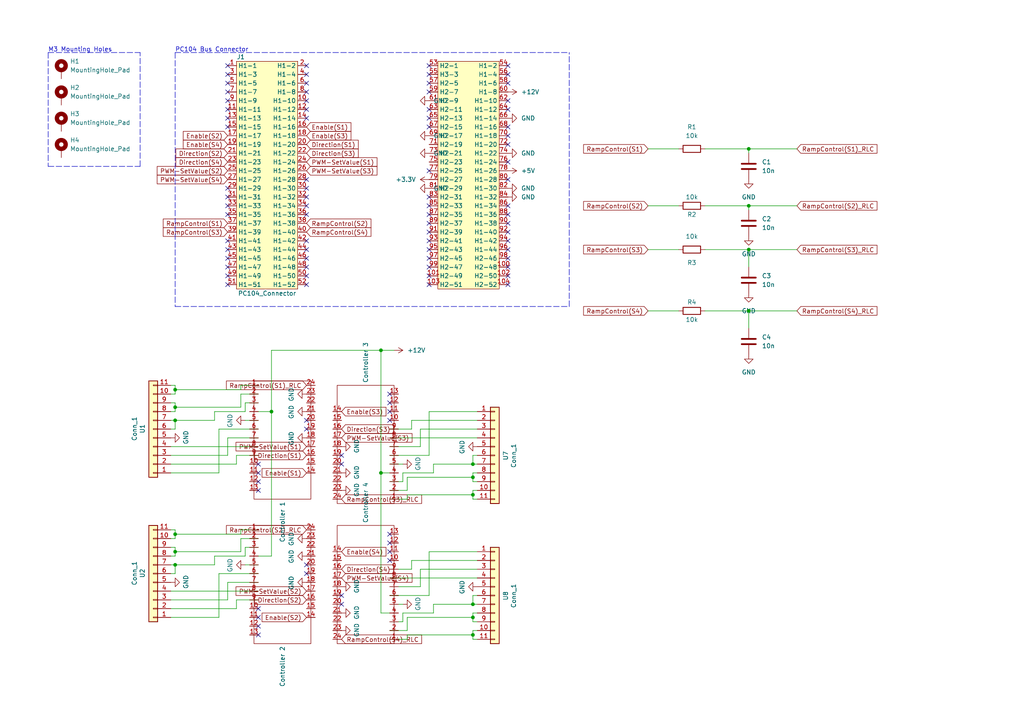
<source format=kicad_sch>
(kicad_sch (version 20211123) (generator eeschema)
  (paper "A4")
  (lib_symbols
    (symbol "Connector_Generic:Conn_01x11" (pin_names (offset 1.016) hide)
      (property "Reference" "J" (at 0 15.24 0))
      (property "Value" "Conn_01x11" (at 0 -15.24 0))
      (symbol "Conn_01x11_1_1"
        (rectangle (start -1.27 -12.573) (end 0 -12.827) (stroke (width 0.1524)))
        (rectangle (start -1.27 -10.033) (end 0 -10.287) (stroke (width 0.1524)))
        (rectangle (start -1.27 -7.493) (end 0 -7.747) (stroke (width 0.1524)))
        (rectangle (start -1.27 -4.953) (end 0 -5.207) (stroke (width 0.1524)))
        (rectangle (start -1.27 -2.413) (end 0 -2.667) (stroke (width 0.1524)))
        (rectangle (start -1.27 0.127) (end 0 -0.127) (stroke (width 0.1524)))
        (rectangle (start -1.27 2.667) (end 0 2.413) (stroke (width 0.1524)))
        (rectangle (start -1.27 5.207) (end 0 4.953) (stroke (width 0.1524)))
        (rectangle (start -1.27 7.747) (end 0 7.493) (stroke (width 0.1524)))
        (rectangle (start -1.27 10.287) (end 0 10.033) (stroke (width 0.1524)))
        (rectangle (start -1.27 12.827) (end 0 12.573) (stroke (width 0.1524)))
        (rectangle (start -1.27 13.97) (end 1.27 -13.97) (stroke (width 0.254)) (fill (type background)))
        (pin passive line (at -5.08 12.7 0) (length 3.81) (name "Pin_1") (number "1"))
        (pin passive line (at -5.08 -10.16 0) (length 3.81) (name "Pin_10") (number "10"))
        (pin passive line (at -5.08 -12.7 0) (length 3.81) (name "Pin_11") (number "11"))
        (pin passive line (at -5.08 10.16 0) (length 3.81) (name "Pin_2") (number "2"))
        (pin passive line (at -5.08 7.62 0) (length 3.81) (name "Pin_3") (number "3"))
        (pin passive line (at -5.08 5.08 0) (length 3.81) (name "Pin_4") (number "4"))
        (pin passive line (at -5.08 2.54 0) (length 3.81) (name "Pin_5") (number "5"))
        (pin passive line (at -5.08 0 0) (length 3.81) (name "Pin_6") (number "6"))
        (pin passive line (at -5.08 -2.54 0) (length 3.81) (name "Pin_7") (number "7"))
        (pin passive line (at -5.08 -5.08 0) (length 3.81) (name "Pin_8") (number "8"))
        (pin passive line (at -5.08 -7.62 0) (length 3.81) (name "Pin_9") (number "9"))
      )
    )
    (symbol "Device:C" (pin_numbers hide) (pin_names (offset 0.254))
      (property "Reference" "C" (at 0.635 2.54 0))
      (property "Value" "C" (at 0.635 -2.54 0))
      (symbol "C_0_1"
        (polyline (pts (xy -2.032 -0.762) (xy 2.032 -0.762)) (stroke (width 0.508)))
        (polyline (pts (xy -2.032 0.762) (xy 2.032 0.762)) (stroke (width 0.508)))
      )
      (symbol "C_1_1"
        (pin passive line (at 0 3.81 270) (length 2.794) (name "~") (number "1"))
        (pin passive line (at 0 -3.81 90) (length 2.794) (name "~") (number "2"))
      )
    )
    (symbol "Device:R" (pin_numbers hide) (pin_names (offset 0))
      (property "Reference" "R" (at 2.032 0 90))
      (property "Value" "R" (at 0 0 90))
      (symbol "R_0_1"
        (rectangle (start -1.016 -2.54) (end 1.016 2.54) (stroke (width 0.254)))
      )
      (symbol "R_1_1"
        (pin passive line (at 0 3.81 270) (length 1.27) (name "~") (number "1"))
        (pin passive line (at 0 -3.81 90) (length 1.27) (name "~") (number "2"))
      )
    )
    (symbol "Mechanical:MountingHole_Pad" (pin_numbers hide) (pin_names (offset 1.016) hide)
      (property "Reference" "H" (at 0 6.35 0))
      (property "Value" "MountingHole_Pad" (at 0 4.445 0))
      (symbol "MountingHole_Pad_0_1"
        (circle (center 0 1.27) (radius 1.27) (stroke (width 1.27)))
      )
      (symbol "MountingHole_Pad_1_1"
        (pin input line (at 0 -2.54 90) (length 2.54) (name "1") (number "1"))
      )
    )
    (symbol "UpdatedControllerBoardSchematic-rescue:Escon24.2-symbols-Controller_Board-rescue-UpdatedController-rescue" (pin_names (offset 1.016))
      (property "Value" "Escon24.2-symbols-Controller_Board-rescue-UpdatedController-rescue" (at -3.81 -8.89 0))
      (symbol "Escon24.2-symbols-Controller_Board-rescue-UpdatedController-rescue_0_1"
        (rectangle (start 12.7 -1.27) (end -21.59 -17.78))
      )
      (symbol "Escon24.2-symbols-Controller_Board-rescue-UpdatedController-rescue_1_1"
        (pin input line (at 11.43 -2.54 90) (length 2.54) (name "~") (number "1"))
        (pin input line (at -11.43 -2.54 90) (length 2.54) (name "~") (number "10"))
        (pin input line (at -13.97 -2.54 90) (length 2.54) (name "~") (number "11"))
        (pin input line (at -16.51 -2.54 90) (length 2.54) (name "~") (number "12"))
        (pin input line (at -19.05 -2.54 90) (length 2.54) (name "~") (number "13"))
        (pin input line (at -13.97 -16.51 270) (length 2.54) (name "~") (number "14"))
        (pin input line (at -11.43 -16.51 270) (length 2.54) (name "~") (number "15"))
        (pin input line (at -8.89 -16.51 270) (length 2.54) (name "~") (number "16"))
        (pin input line (at -6.35 -16.51 270) (length 2.54) (name "~") (number "17"))
        (pin input line (at -3.81 -16.51 270) (length 2.54) (name "~") (number "18"))
        (pin input line (at -1.27 -16.51 270) (length 2.54) (name "~") (number "19"))
        (pin input line (at 8.89 -2.54 90) (length 2.54) (name "~") (number "2"))
        (pin input line (at 1.27 -16.51 270) (length 2.54) (name "~") (number "20"))
        (pin input line (at 3.81 -16.51 270) (length 2.54) (name "~") (number "21"))
        (pin input line (at 6.35 -16.51 270) (length 2.54) (name "~") (number "22"))
        (pin input line (at 8.89 -16.51 270) (length 2.54) (name "~") (number "23"))
        (pin input line (at 11.43 -16.51 270) (length 2.54) (name "~") (number "24"))
        (pin input line (at 6.35 -2.54 90) (length 2.54) (name "~") (number "3"))
        (pin input line (at 3.81 -2.54 90) (length 2.54) (name "~") (number "4"))
        (pin input line (at 1.27 -2.54 90) (length 2.54) (name "~") (number "5"))
        (pin input line (at -1.27 -2.54 90) (length 2.54) (name "~") (number "6"))
        (pin input line (at -3.81 -2.54 90) (length 2.54) (name "~") (number "7"))
        (pin input line (at -6.35 -2.54 90) (length 2.54) (name "~") (number "8"))
        (pin input line (at -8.89 -2.54 90) (length 2.54) (name "~") (number "9"))
      )
    )
    (symbol "power:+12V" (power) (pin_names (offset 0))
      (property "Value" "+12V" (at 0 3.556 0))
      (symbol "+12V_0_1"
        (polyline (pts (xy -0.762 1.27) (xy 0 2.54)))
        (polyline (pts (xy 0 0) (xy 0 2.54)))
        (polyline (pts (xy 0 2.54) (xy 0.762 1.27)))
      )
      (symbol "+12V_1_1"
        (pin power_in line (at 0 0 90) (length 0) hide (name "+12V") (number "1"))
      )
    )
    (symbol "power:+3.3V" (power) (pin_names (offset 0))
      (property "Value" "+3.3V" (at 0 3.556 0))
      (symbol "+3.3V_0_1"
        (polyline (pts (xy -0.762 1.27) (xy 0 2.54)))
        (polyline (pts (xy 0 0) (xy 0 2.54)))
        (polyline (pts (xy 0 2.54) (xy 0.762 1.27)))
      )
      (symbol "+3.3V_1_1"
        (pin power_in line (at 0 0 90) (length 0) hide (name "+3.3V") (number "1"))
      )
    )
    (symbol "power:+5V" (power) (pin_names (offset 0))
      (property "Value" "+5V" (at 0 3.556 0))
      (symbol "+5V_0_1"
        (polyline (pts (xy -0.762 1.27) (xy 0 2.54)))
        (polyline (pts (xy 0 0) (xy 0 2.54)))
        (polyline (pts (xy 0 2.54) (xy 0.762 1.27)))
      )
      (symbol "+5V_1_1"
        (pin power_in line (at 0 0 90) (length 0) hide (name "+5V") (number "1"))
      )
    )
    (symbol "power:GND" (power) (pin_names (offset 0))
      (property "Value" "GND" (at 0 -3.81 0))
      (symbol "GND_0_1"
        (polyline (pts (xy 0 0) (xy 0 -1.27) (xy 1.27 -1.27) (xy 0 -2.54) (xy -1.27 -1.27) (xy 0 -1.27)))
      )
      (symbol "GND_1_1"
        (pin power_in line (at 0 0 270) (length 0) hide (name "GND") (number "1"))
      )
    )
    (symbol "qset-connector-library:PC104_Connector"
      (property "Reference" "J" (at -36.83 -71.12 0))
      (property "Value" "PC104_Connector" (at -26.67 -71.12 0))
      (symbol "PC104_Connector_0_1"
        (rectangle (start -38.1 -2.54) (end -20.32 -68.58) (fill (type background)))
        (rectangle (start 20.32 -2.54) (end 38.1 -68.58) (fill (type background)))
      )
      (symbol "PC104_Connector_1_1"
        (pin bidirectional line (at -40.64 -3.81 0) (length 2.54) (name "H1-1") (number "1"))
        (pin bidirectional line (at -17.78 -13.97 180) (length 2.54) (name "H1-10") (number "10"))
        (pin bidirectional line (at 40.64 -62.23 180) (length 2.54) (name "H2-48") (number "100"))
        (pin bidirectional line (at 17.78 -64.77 0) (length 2.54) (name "H2-49") (number "101"))
        (pin bidirectional line (at 40.64 -64.77 180) (length 2.54) (name "H2-50") (number "102"))
        (pin bidirectional line (at 17.78 -67.31 0) (length 2.54) (name "H2-51") (number "103"))
        (pin bidirectional line (at 40.64 -67.31 180) (length 2.54) (name "H2-52") (number "104"))
        (pin bidirectional line (at -40.64 -16.51 0) (length 2.54) (name "H1-11") (number "11"))
        (pin bidirectional line (at -17.78 -16.51 180) (length 2.54) (name "H1-12") (number "12"))
        (pin bidirectional line (at -40.64 -19.05 0) (length 2.54) (name "H1-13") (number "13"))
        (pin bidirectional line (at -17.78 -19.05 180) (length 2.54) (name "H1-14") (number "14"))
        (pin bidirectional line (at -40.64 -21.59 0) (length 2.54) (name "H1-15") (number "15"))
        (pin bidirectional line (at -17.78 -21.59 180) (length 2.54) (name "H1-16") (number "16"))
        (pin bidirectional line (at -40.64 -24.13 0) (length 2.54) (name "H1-17") (number "17"))
        (pin bidirectional line (at -17.78 -24.13 180) (length 2.54) (name "H1-18") (number "18"))
        (pin bidirectional line (at -40.64 -26.67 0) (length 2.54) (name "H1-19") (number "19"))
        (pin bidirectional line (at -17.78 -3.81 180) (length 2.54) (name "H1-2") (number "2"))
        (pin bidirectional line (at -17.78 -26.67 180) (length 2.54) (name "H1-20") (number "20"))
        (pin bidirectional line (at -40.64 -29.21 0) (length 2.54) (name "H1-21") (number "21"))
        (pin bidirectional line (at -17.78 -29.21 180) (length 2.54) (name "H1-22") (number "22"))
        (pin bidirectional line (at -40.64 -31.75 0) (length 2.54) (name "H1-23") (number "23"))
        (pin bidirectional line (at -17.78 -31.75 180) (length 2.54) (name "H1-24") (number "24"))
        (pin bidirectional line (at -40.64 -34.29 0) (length 2.54) (name "H1-25") (number "25"))
        (pin bidirectional line (at -17.78 -34.29 180) (length 2.54) (name "H1-26") (number "26"))
        (pin bidirectional line (at -40.64 -36.83 0) (length 2.54) (name "H1-27") (number "27"))
        (pin bidirectional line (at -17.78 -36.83 180) (length 2.54) (name "H1-28") (number "28"))
        (pin bidirectional line (at -40.64 -39.37 0) (length 2.54) (name "H1-29") (number "29"))
        (pin bidirectional line (at -40.64 -6.35 0) (length 2.54) (name "H1-3") (number "3"))
        (pin bidirectional line (at -17.78 -39.37 180) (length 2.54) (name "H1-30") (number "30"))
        (pin bidirectional line (at -40.64 -41.91 0) (length 2.54) (name "H1-31") (number "31"))
        (pin bidirectional line (at -17.78 -41.91 180) (length 2.54) (name "H1-32") (number "32"))
        (pin bidirectional line (at -40.64 -44.45 0) (length 2.54) (name "H1-33") (number "33"))
        (pin bidirectional line (at -17.78 -44.45 180) (length 2.54) (name "H1-34") (number "34"))
        (pin bidirectional line (at -40.64 -46.99 0) (length 2.54) (name "H1-35") (number "35"))
        (pin bidirectional line (at -17.78 -46.99 180) (length 2.54) (name "H1-36") (number "36"))
        (pin bidirectional line (at -40.64 -49.53 0) (length 2.54) (name "H1-37") (number "37"))
        (pin bidirectional line (at -17.78 -49.53 180) (length 2.54) (name "H1-38") (number "38"))
        (pin bidirectional line (at -40.64 -52.07 0) (length 2.54) (name "H1-39") (number "39"))
        (pin bidirectional line (at -17.78 -6.35 180) (length 2.54) (name "H1-4") (number "4"))
        (pin bidirectional line (at -17.78 -52.07 180) (length 2.54) (name "H1-40") (number "40"))
        (pin bidirectional line (at -40.64 -54.61 0) (length 2.54) (name "H1-41") (number "41"))
        (pin bidirectional line (at -17.78 -54.61 180) (length 2.54) (name "H1-42") (number "42"))
        (pin bidirectional line (at -40.64 -57.15 0) (length 2.54) (name "H1-43") (number "43"))
        (pin bidirectional line (at -17.78 -57.15 180) (length 2.54) (name "H1-44") (number "44"))
        (pin bidirectional line (at -40.64 -59.69 0) (length 2.54) (name "H1-45") (number "45"))
        (pin bidirectional line (at -17.78 -59.69 180) (length 2.54) (name "H1-46") (number "46"))
        (pin bidirectional line (at -40.64 -62.23 0) (length 2.54) (name "H1-47") (number "47"))
        (pin bidirectional line (at -17.78 -62.23 180) (length 2.54) (name "H1-48") (number "48"))
        (pin bidirectional line (at -40.64 -64.77 0) (length 2.54) (name "H1-49") (number "49"))
        (pin bidirectional line (at -40.64 -8.89 0) (length 2.54) (name "H1-5") (number "5"))
        (pin bidirectional line (at -17.78 -64.77 180) (length 2.54) (name "H1-50") (number "50"))
        (pin bidirectional line (at -40.64 -67.31 0) (length 2.54) (name "H1-51") (number "51"))
        (pin bidirectional line (at -17.78 -67.31 180) (length 2.54) (name "H1-52") (number "52"))
        (pin bidirectional line (at 17.78 -3.81 0) (length 2.54) (name "H2-1") (number "53"))
        (pin bidirectional line (at 40.64 -3.81 180) (length 2.54) (name "H1-2") (number "54"))
        (pin bidirectional line (at 17.78 -6.35 0) (length 2.54) (name "H3-3") (number "55"))
        (pin bidirectional line (at 40.64 -6.35 180) (length 2.54) (name "H1-4") (number "56"))
        (pin bidirectional line (at 17.78 -8.89 0) (length 2.54) (name "H2-5") (number "57"))
        (pin bidirectional line (at 40.64 -8.89 180) (length 2.54) (name "H1-6") (number "58"))
        (pin bidirectional line (at 17.78 -11.43 0) (length 2.54) (name "H2-7") (number "59"))
        (pin bidirectional line (at -17.78 -8.89 180) (length 2.54) (name "H1-6") (number "6"))
        (pin bidirectional line (at 40.64 -11.43 180) (length 2.54) (name "H1-8") (number "60"))
        (pin bidirectional line (at 17.78 -13.97 0) (length 2.54) (name "H2-9") (number "61"))
        (pin bidirectional line (at 40.64 -13.97 180) (length 2.54) (name "H1-10") (number "62"))
        (pin bidirectional line (at 17.78 -16.51 0) (length 2.54) (name "H2-11") (number "63"))
        (pin bidirectional line (at 40.64 -16.51 180) (length 2.54) (name "H1-12") (number "64"))
        (pin bidirectional line (at 17.78 -19.05 0) (length 2.54) (name "H2-13") (number "65"))
        (pin bidirectional line (at 40.64 -19.05 180) (length 2.54) (name "H1-14") (number "66"))
        (pin bidirectional line (at 17.78 -21.59 0) (length 2.54) (name "H2-15") (number "67"))
        (pin bidirectional line (at 40.64 -21.59 180) (length 2.54) (name "H1-16") (number "68"))
        (pin bidirectional line (at 17.78 -24.13 0) (length 2.54) (name "H2-17") (number "69"))
        (pin bidirectional line (at -40.64 -11.43 0) (length 2.54) (name "H1-7") (number "7"))
        (pin bidirectional line (at 40.64 -24.13 180) (length 2.54) (name "H1-18") (number "70"))
        (pin bidirectional line (at 17.78 -26.67 0) (length 2.54) (name "H2-19") (number "71"))
        (pin bidirectional line (at 40.64 -26.67 180) (length 2.54) (name "H1-20") (number "72"))
        (pin bidirectional line (at 17.78 -29.21 0) (length 2.54) (name "H2-21") (number "73"))
        (pin bidirectional line (at 40.64 -29.21 180) (length 2.54) (name "H1-22") (number "74"))
        (pin bidirectional line (at 17.78 -31.75 0) (length 2.54) (name "H2-23") (number "75"))
        (pin bidirectional line (at 40.64 -31.75 180) (length 2.54) (name "H1-24") (number "76"))
        (pin bidirectional line (at 17.78 -34.29 0) (length 2.54) (name "H2-25") (number "77"))
        (pin bidirectional line (at 40.64 -34.29 180) (length 2.54) (name "H1-26") (number "78"))
        (pin bidirectional line (at 17.78 -36.83 0) (length 2.54) (name "H2-27") (number "79"))
        (pin bidirectional line (at -17.78 -11.43 180) (length 2.54) (name "H1-8") (number "8"))
        (pin bidirectional line (at 40.64 -36.83 180) (length 2.54) (name "H1-28") (number "80"))
        (pin bidirectional line (at 17.78 -39.37 0) (length 2.54) (name "H2-29") (number "81"))
        (pin bidirectional line (at 40.64 -39.37 180) (length 2.54) (name "H1-30") (number "82"))
        (pin bidirectional line (at 17.78 -41.91 0) (length 2.54) (name "H2-31") (number "83"))
        (pin bidirectional line (at 40.64 -41.91 180) (length 2.54) (name "H1-32") (number "84"))
        (pin bidirectional line (at 17.78 -44.45 0) (length 2.54) (name "H2-33") (number "85"))
        (pin bidirectional line (at 40.64 -44.45 180) (length 2.54) (name "H1-34") (number "86"))
        (pin bidirectional line (at 17.78 -46.99 0) (length 2.54) (name "H2-35") (number "87"))
        (pin bidirectional line (at 40.64 -46.99 180) (length 2.54) (name "H1-36") (number "88"))
        (pin bidirectional line (at 17.78 -49.53 0) (length 2.54) (name "H2-37") (number "89"))
        (pin bidirectional line (at -40.64 -13.97 0) (length 2.54) (name "H1-9") (number "9"))
        (pin bidirectional line (at 40.64 -49.53 180) (length 2.54) (name "H1-38") (number "90"))
        (pin bidirectional line (at 17.78 -52.07 0) (length 2.54) (name "H2-39") (number "91"))
        (pin bidirectional line (at 40.64 -52.07 180) (length 2.54) (name "H1-40") (number "92"))
        (pin bidirectional line (at 17.78 -54.61 0) (length 2.54) (name "H2-41") (number "93"))
        (pin bidirectional line (at 40.64 -54.61 180) (length 2.54) (name "H1-42") (number "94"))
        (pin bidirectional line (at 17.78 -57.15 0) (length 2.54) (name "H2-43") (number "95"))
        (pin bidirectional line (at 40.64 -57.15 180) (length 2.54) (name "H1-44") (number "96"))
        (pin bidirectional line (at 17.78 -59.69 0) (length 2.54) (name "H2-45") (number "97"))
        (pin bidirectional line (at 40.64 -59.69 180) (length 2.54) (name "H2-46") (number "98"))
        (pin bidirectional line (at 17.78 -62.23 0) (length 2.54) (name "H2-47") (number "99"))
      )
    )
  )
  (junction (at 110.49 137.16))
  (junction (at 110.49 101.6))
  (junction (at 137.16 184.15))
  (junction (at 137.16 138.43))
  (junction (at 217.17 59.69))
  (junction (at 137.16 134.62))
  (junction (at 217.17 90.17))
  (junction (at 50.8 163.83))
  (junction (at 217.17 72.39))
  (junction (at 50.8 118.11))
  (junction (at 50.8 154.94))
  (junction (at 50.8 121.92))
  (junction (at 137.16 143.51))
  (junction (at 78.74 119.38))
  (junction (at 50.8 113.03))
  (junction (at 50.8 160.02))
  (junction (at 137.16 175.26))
  (junction (at 137.16 179.07))
  (junction (at 217.17 43.18))
  (no_connect (at 66.04 54.61))
  (no_connect (at 74.93 134.62))
  (no_connect (at 66.04 36.83))
  (no_connect (at 88.9 34.29))
  (no_connect (at 66.04 59.69))
  (no_connect (at 99.06 175.26))
  (no_connect (at 66.04 29.21))
  (no_connect (at 66.04 19.05))
  (no_connect (at 66.04 21.59))
  (no_connect (at 66.04 24.13))
  (no_connect (at 66.04 26.67))
  (no_connect (at 66.04 69.85))
  (no_connect (at 66.04 72.39))
  (no_connect (at 66.04 74.93))
  (no_connect (at 66.04 77.47))
  (no_connect (at 66.04 80.01))
  (no_connect (at 66.04 82.55))
  (no_connect (at 88.9 82.55))
  (no_connect (at 88.9 80.01))
  (no_connect (at 88.9 77.47))
  (no_connect (at 88.9 74.93))
  (no_connect (at 88.9 72.39))
  (no_connect (at 88.9 69.85))
  (no_connect (at 88.9 57.15))
  (no_connect (at 88.9 19.05))
  (no_connect (at 88.9 21.59))
  (no_connect (at 88.9 24.13))
  (no_connect (at 88.9 26.67))
  (no_connect (at 124.46 31.75))
  (no_connect (at 124.46 19.05))
  (no_connect (at 124.46 21.59))
  (no_connect (at 124.46 24.13))
  (no_connect (at 124.46 26.67))
  (no_connect (at 124.46 34.29))
  (no_connect (at 124.46 36.83))
  (no_connect (at 124.46 49.53))
  (no_connect (at 124.46 57.15))
  (no_connect (at 124.46 59.69))
  (no_connect (at 124.46 62.23))
  (no_connect (at 124.46 64.77))
  (no_connect (at 124.46 67.31))
  (no_connect (at 124.46 69.85))
  (no_connect (at 124.46 72.39))
  (no_connect (at 124.46 74.93))
  (no_connect (at 124.46 77.47))
  (no_connect (at 124.46 80.01))
  (no_connect (at 124.46 82.55))
  (no_connect (at 147.32 82.55))
  (no_connect (at 147.32 80.01))
  (no_connect (at 147.32 77.47))
  (no_connect (at 147.32 74.93))
  (no_connect (at 147.32 72.39))
  (no_connect (at 147.32 69.85))
  (no_connect (at 147.32 67.31))
  (no_connect (at 147.32 64.77))
  (no_connect (at 147.32 62.23))
  (no_connect (at 147.32 59.69))
  (no_connect (at 147.32 52.07))
  (no_connect (at 66.04 31.75))
  (no_connect (at 113.03 114.3))
  (no_connect (at 99.06 134.62))
  (no_connect (at 66.04 57.15))
  (no_connect (at 113.03 160.02))
  (no_connect (at 88.9 54.61))
  (no_connect (at 88.9 31.75))
  (no_connect (at 113.03 121.92))
  (no_connect (at 88.9 52.07))
  (no_connect (at 88.9 62.23))
  (no_connect (at 113.03 119.38))
  (no_connect (at 99.06 132.08))
  (no_connect (at 74.93 142.24))
  (no_connect (at 74.93 137.16))
  (no_connect (at 88.9 59.69))
  (no_connect (at 88.9 124.46))
  (no_connect (at 88.9 121.92))
  (no_connect (at 88.9 29.21))
  (no_connect (at 88.9 166.37))
  (no_connect (at 88.9 163.83))
  (no_connect (at 99.06 172.72))
  (no_connect (at 74.93 176.53))
  (no_connect (at 113.03 116.84))
  (no_connect (at 74.93 181.61))
  (no_connect (at 113.03 154.94))
  (no_connect (at 66.04 34.29))
  (no_connect (at 74.93 184.15))
  (no_connect (at 74.93 179.07))
  (no_connect (at 66.04 62.23))
  (no_connect (at 113.03 162.56))
  (no_connect (at 74.93 139.7))
  (no_connect (at 113.03 157.48))
  (no_connect (at 147.32 29.21))
  (no_connect (at 147.32 19.05))
  (no_connect (at 147.32 21.59))
  (no_connect (at 147.32 24.13))
  (no_connect (at 147.32 46.99))
  (no_connect (at 147.32 41.91))
  (no_connect (at 147.32 39.37))
  (no_connect (at 147.32 36.83))
  (no_connect (at 147.32 31.75))
  (wire (pts (xy 137.16 179.07) (xy 118.11 179.07)))
  (wire (pts (xy 137.16 177.8) (xy 137.16 179.07)))
  (wire (pts (xy 50.8 158.75) (xy 49.53 158.75)))
  (wire (pts (xy 110.49 177.8) (xy 113.03 177.8)))
  (wire (pts (xy 63.5 166.37) (xy 74.93 166.37)))
  (wire (pts (xy 125.73 177.8) (xy 116.84 177.8)))
  (wire (pts (xy 118.11 143.51) (xy 118.11 144.78)))
  (wire (pts (xy 137.16 184.15) (xy 137.16 185.42)))
  (wire (pts (xy 116.84 137.16) (xy 116.84 139.7)))
  (wire (pts (xy 49.53 132.08) (xy 66.04 132.08)))
  (wire (pts (xy 68.58 173.99) (xy 74.93 173.99)))
  (wire (pts (xy 217.17 72.39) (xy 217.17 77.47)))
  (wire (pts (xy 121.92 170.18) (xy 113.03 170.18)))
  (wire (pts (xy 62.23 121.92) (xy 62.23 119.38)))
  (wire (pts (xy 63.5 137.16) (xy 63.5 124.46)))
  (wire (pts (xy 50.8 118.11) (xy 69.85 118.11)))
  (wire (pts (xy 68.58 176.53) (xy 68.58 173.99)))
  (wire (pts (xy 50.8 154.94) (xy 69.85 154.94)))
  (wire (pts (xy 50.8 121.92) (xy 49.53 121.92)))
  (wire (pts (xy 63.5 179.07) (xy 63.5 166.37)))
  (wire (pts (xy 217.17 72.39) (xy 231.14 72.39)))
  (wire (pts (xy 125.73 175.26) (xy 125.73 177.8)))
  (polyline (pts (xy 50.8 15.24) (xy 50.8 88.9)))
  (wire (pts (xy 49.53 129.54) (xy 74.93 129.54)))
  (wire (pts (xy 138.43 124.46) (xy 121.92 124.46)))
  (wire (pts (xy 50.8 119.38) (xy 50.8 118.11)))
  (wire (pts (xy 49.53 176.53) (xy 68.58 176.53)))
  (wire (pts (xy 49.53 173.99) (xy 66.04 173.99)))
  (wire (pts (xy 137.16 142.24) (xy 137.16 143.51)))
  (wire (pts (xy 137.16 175.26) (xy 125.73 175.26)))
  (wire (pts (xy 69.85 156.21) (xy 74.93 156.21)))
  (wire (pts (xy 119.38 165.1) (xy 113.03 165.1)))
  (wire (pts (xy 50.8 166.37) (xy 50.8 163.83)))
  (wire (pts (xy 68.58 134.62) (xy 68.58 132.08)))
  (wire (pts (xy 137.16 184.15) (xy 118.11 184.15)))
  (wire (pts (xy 137.16 143.51) (xy 137.16 144.78)))
  (wire (pts (xy 217.17 59.69) (xy 217.17 60.96)))
  (wire (pts (xy 50.8 161.29) (xy 50.8 160.02)))
  (wire (pts (xy 50.8 113.03) (xy 69.85 113.03)))
  (wire (pts (xy 68.58 132.08) (xy 74.93 132.08)))
  (wire (pts (xy 49.53 179.07) (xy 63.5 179.07)))
  (wire (pts (xy 50.8 153.67) (xy 49.53 153.67)))
  (wire (pts (xy 137.16 138.43) (xy 137.16 139.7)))
  (wire (pts (xy 69.85 160.02) (xy 69.85 156.21)))
  (wire (pts (xy 118.11 138.43) (xy 118.11 142.24)))
  (wire (pts (xy 74.93 161.29) (xy 78.74 161.29)))
  (wire (pts (xy 137.16 138.43) (xy 118.11 138.43)))
  (wire (pts (xy 187.96 72.39) (xy 196.85 72.39)))
  (wire (pts (xy 217.17 43.18) (xy 231.14 43.18)))
  (wire (pts (xy 71.12 158.75) (xy 74.93 158.75)))
  (wire (pts (xy 217.17 90.17) (xy 231.14 90.17)))
  (wire (pts (xy 49.53 134.62) (xy 68.58 134.62)))
  (wire (pts (xy 49.53 137.16) (xy 63.5 137.16)))
  (wire (pts (xy 124.46 172.72) (xy 113.03 172.72)))
  (wire (pts (xy 125.73 134.62) (xy 125.73 137.16)))
  (wire (pts (xy 116.84 177.8) (xy 116.84 180.34)))
  (wire (pts (xy 110.49 137.16) (xy 113.03 137.16)))
  (wire (pts (xy 138.43 137.16) (xy 137.16 137.16)))
  (polyline (pts (xy 13.97 15.24) (xy 13.97 48.26)))
  (wire (pts (xy 187.96 59.69) (xy 196.85 59.69)))
  (wire (pts (xy 137.16 144.78) (xy 138.43 144.78)))
  (wire (pts (xy 49.53 156.21) (xy 50.8 156.21)))
  (wire (pts (xy 69.85 153.67) (xy 74.93 153.67)))
  (wire (pts (xy 69.85 118.11) (xy 69.85 114.3)))
  (wire (pts (xy 137.16 179.07) (xy 137.16 180.34)))
  (wire (pts (xy 125.73 137.16) (xy 116.84 137.16)))
  (wire (pts (xy 118.11 185.42) (xy 113.03 185.42)))
  (wire (pts (xy 69.85 114.3) (xy 74.93 114.3)))
  (wire (pts (xy 137.16 172.72) (xy 137.16 175.26)))
  (polyline (pts (xy 50.8 88.9) (xy 165.1 88.9)))
  (wire (pts (xy 50.8 156.21) (xy 50.8 154.94)))
  (wire (pts (xy 71.12 163.83) (xy 74.93 163.83)))
  (wire (pts (xy 71.12 121.92) (xy 74.93 121.92)))
  (wire (pts (xy 71.12 161.29) (xy 71.12 158.75)))
  (wire (pts (xy 116.84 175.26) (xy 113.03 175.26)))
  (wire (pts (xy 138.43 142.24) (xy 137.16 142.24)))
  (wire (pts (xy 137.16 132.08) (xy 137.16 134.62)))
  (polyline (pts (xy 40.64 48.26) (xy 40.64 15.24)))
  (wire (pts (xy 50.8 154.94) (xy 50.8 153.67)))
  (wire (pts (xy 137.16 143.51) (xy 118.11 143.51)))
  (wire (pts (xy 66.04 173.99) (xy 66.04 168.91)))
  (wire (pts (xy 137.16 175.26) (xy 138.43 175.26)))
  (wire (pts (xy 116.84 139.7) (xy 113.03 139.7)))
  (wire (pts (xy 62.23 119.38) (xy 71.12 119.38)))
  (wire (pts (xy 138.43 165.1) (xy 121.92 165.1)))
  (wire (pts (xy 114.3 101.6) (xy 110.49 101.6)))
  (wire (pts (xy 204.47 59.69) (xy 217.17 59.69)))
  (wire (pts (xy 63.5 124.46) (xy 74.93 124.46)))
  (wire (pts (xy 137.16 180.34) (xy 138.43 180.34)))
  (wire (pts (xy 78.74 119.38) (xy 78.74 101.6)))
  (wire (pts (xy 138.43 162.56) (xy 119.38 162.56)))
  (wire (pts (xy 137.16 182.88) (xy 137.16 184.15)))
  (wire (pts (xy 69.85 154.94) (xy 69.85 153.67)))
  (wire (pts (xy 62.23 161.29) (xy 71.12 161.29)))
  (wire (pts (xy 138.43 127) (xy 113.03 127)))
  (wire (pts (xy 49.53 124.46) (xy 50.8 124.46)))
  (wire (pts (xy 138.43 182.88) (xy 137.16 182.88)))
  (wire (pts (xy 118.11 142.24) (xy 113.03 142.24)))
  (wire (pts (xy 138.43 177.8) (xy 137.16 177.8)))
  (wire (pts (xy 50.8 160.02) (xy 69.85 160.02)))
  (wire (pts (xy 137.16 134.62) (xy 125.73 134.62)))
  (wire (pts (xy 138.43 172.72) (xy 137.16 172.72)))
  (wire (pts (xy 118.11 179.07) (xy 118.11 182.88)))
  (wire (pts (xy 204.47 43.18) (xy 217.17 43.18)))
  (wire (pts (xy 50.8 116.84) (xy 49.53 116.84)))
  (wire (pts (xy 138.43 119.38) (xy 124.46 119.38)))
  (wire (pts (xy 217.17 59.69) (xy 231.14 59.69)))
  (wire (pts (xy 138.43 167.64) (xy 113.03 167.64)))
  (wire (pts (xy 116.84 134.62) (xy 113.03 134.62)))
  (wire (pts (xy 78.74 119.38) (xy 78.74 161.29)))
  (wire (pts (xy 137.16 185.42) (xy 138.43 185.42)))
  (wire (pts (xy 187.96 43.18) (xy 196.85 43.18)))
  (wire (pts (xy 71.12 116.84) (xy 74.93 116.84)))
  (wire (pts (xy 138.43 160.02) (xy 124.46 160.02)))
  (wire (pts (xy 137.16 134.62) (xy 138.43 134.62)))
  (wire (pts (xy 119.38 162.56) (xy 119.38 165.1)))
  (wire (pts (xy 110.49 137.16) (xy 110.49 177.8)))
  (wire (pts (xy 119.38 121.92) (xy 119.38 124.46)))
  (wire (pts (xy 50.8 121.92) (xy 62.23 121.92)))
  (wire (pts (xy 74.93 119.38) (xy 78.74 119.38)))
  (wire (pts (xy 50.8 114.3) (xy 50.8 113.03)))
  (wire (pts (xy 110.49 101.6) (xy 110.49 137.16)))
  (wire (pts (xy 50.8 163.83) (xy 49.53 163.83)))
  (wire (pts (xy 66.04 168.91) (xy 74.93 168.91)))
  (polyline (pts (xy 13.97 48.26) (xy 40.64 48.26)))
  (wire (pts (xy 49.53 166.37) (xy 50.8 166.37)))
  (wire (pts (xy 204.47 72.39) (xy 217.17 72.39)))
  (wire (pts (xy 116.84 180.34) (xy 113.03 180.34)))
  (wire (pts (xy 78.74 101.6) (xy 110.49 101.6)))
  (wire (pts (xy 137.16 137.16) (xy 137.16 138.43)))
  (wire (pts (xy 217.17 90.17) (xy 217.17 95.25)))
  (wire (pts (xy 121.92 165.1) (xy 121.92 170.18)))
  (wire (pts (xy 119.38 124.46) (xy 113.03 124.46)))
  (wire (pts (xy 69.85 111.76) (xy 74.93 111.76)))
  (wire (pts (xy 50.8 118.11) (xy 50.8 116.84)))
  (wire (pts (xy 217.17 43.18) (xy 217.17 44.45)))
  (wire (pts (xy 66.04 127) (xy 74.93 127)))
  (wire (pts (xy 121.92 129.54) (xy 113.03 129.54)))
  (wire (pts (xy 49.53 119.38) (xy 50.8 119.38)))
  (wire (pts (xy 124.46 160.02) (xy 124.46 172.72)))
  (wire (pts (xy 137.16 139.7) (xy 138.43 139.7)))
  (wire (pts (xy 62.23 163.83) (xy 62.23 161.29)))
  (wire (pts (xy 187.96 90.17) (xy 196.85 90.17)))
  (wire (pts (xy 50.8 113.03) (xy 50.8 111.76)))
  (wire (pts (xy 50.8 111.76) (xy 49.53 111.76)))
  (wire (pts (xy 50.8 124.46) (xy 50.8 121.92)))
  (wire (pts (xy 49.53 171.45) (xy 74.93 171.45)))
  (wire (pts (xy 121.92 124.46) (xy 121.92 129.54)))
  (wire (pts (xy 49.53 114.3) (xy 50.8 114.3)))
  (wire (pts (xy 124.46 132.08) (xy 113.03 132.08)))
  (wire (pts (xy 71.12 119.38) (xy 71.12 116.84)))
  (polyline (pts (xy 50.8 15.24) (xy 165.1 15.24)))
  (polyline (pts (xy 165.1 88.9) (xy 165.1 15.24)))
  (wire (pts (xy 66.04 132.08) (xy 66.04 127)))
  (polyline (pts (xy 13.97 15.24) (xy 40.64 15.24)))
  (wire (pts (xy 118.11 184.15) (xy 118.11 185.42)))
  (wire (pts (xy 138.43 121.92) (xy 119.38 121.92)))
  (wire (pts (xy 50.8 160.02) (xy 50.8 158.75)))
  (wire (pts (xy 124.46 119.38) (xy 124.46 132.08)))
  (wire (pts (xy 204.47 90.17) (xy 217.17 90.17)))
  (wire (pts (xy 49.53 161.29) (xy 50.8 161.29)))
  (wire (pts (xy 69.85 113.03) (xy 69.85 111.76)))
  (wire (pts (xy 138.43 132.08) (xy 137.16 132.08)))
  (wire (pts (xy 50.8 163.83) (xy 62.23 163.83)))
  (wire (pts (xy 118.11 182.88) (xy 113.03 182.88)))
  (wire (pts (xy 118.11 144.78) (xy 113.03 144.78)))
  (text "M3 Mounting Holes\n" (at 13.97 15.24 0) (effects (font (size 1.27 1.27)) (justify left bottom)))
  (text "PC104 Bus Connector" (at 50.8 15.24 0) (effects (font (size 1.27 1.27)) (justify left bottom)))
  (global_label "PWM-SetValue(S4)" (shape input) (at 99.06 167.64 0) (property "Intersheet References" "${INTERSHEET_REFS}" (effects hide)))
  (global_label "RampControl(S1)" (shape input) (at 187.96 43.18 180) (property "Intersheet References" "${INTERSHEET_REFS}" (effects hide)))
  (global_label "PWM-SetValue(S1)" (shape input) (at 88.9 46.99 0) (property "Intersheet References" "${INTERSHEET_REFS}" (effects hide)))
  (global_label "Enable(S3)" (shape input) (at 99.06 119.38 0) (property "Intersheet References" "${INTERSHEET_REFS}" (effects hide)))
  (global_label "Enable(S1)" (shape input) (at 88.9 36.83 0) (property "Intersheet References" "${INTERSHEET_REFS}" (effects hide)))
  (global_label "PWM-SetValue(S2)" (shape input) (at 88.9 171.45 180) (property "Intersheet References" "${INTERSHEET_REFS}" (effects hide)))
  (global_label "RampControl(S1)" (shape input) (at 66.04 64.77 180) (property "Intersheet References" "${INTERSHEET_REFS}" (effects hide)))
  (global_label "Direction(S1)" (shape input) (at 88.9 41.91 0) (property "Intersheet References" "${INTERSHEET_REFS}" (effects hide)))
  (global_label "RampControl(S4)" (shape input) (at 88.9 67.31 0) (property "Intersheet References" "${INTERSHEET_REFS}" (effects hide)))
  (global_label "RampControl(S1)_RLC" (shape input) (at 88.9 111.76 180) (property "Intersheet References" "${INTERSHEET_REFS}" (effects hide)))
  (global_label "RampControl(S3)_RLC" (shape input) (at 231.14 72.39 0) (property "Intersheet References" "${INTERSHEET_REFS}" (effects hide)))
  (global_label "PWM-SetValue(S3)" (shape input) (at 99.06 127 0) (property "Intersheet References" "${INTERSHEET_REFS}" (effects hide)))
  (global_label "RampControl(S4)_RLC" (shape input) (at 99.06 185.42 0) (property "Intersheet References" "${INTERSHEET_REFS}" (effects hide)))
  (global_label "PWM-SetValue(S1)" (shape input) (at 88.9 129.54 180) (property "Intersheet References" "${INTERSHEET_REFS}" (effects hide)))
  (global_label "Direction(S1)" (shape input) (at 88.9 132.08 180) (property "Intersheet References" "${INTERSHEET_REFS}" (effects hide)))
  (global_label "RampControl(S4)" (shape input) (at 187.96 90.17 180) (property "Intersheet References" "${INTERSHEET_REFS}" (effects hide)))
  (global_label "PWM-SetValue(S4)" (shape input) (at 66.04 52.07 180) (property "Intersheet References" "${INTERSHEET_REFS}" (effects hide)))
  (global_label "Direction(S2)" (shape input) (at 88.9 173.99 180) (property "Intersheet References" "${INTERSHEET_REFS}" (effects hide)))
  (global_label "RampControl(S2)" (shape input) (at 187.96 59.69 180) (property "Intersheet References" "${INTERSHEET_REFS}" (effects hide)))
  (global_label "Enable(S4)" (shape input) (at 66.04 41.91 180) (property "Intersheet References" "${INTERSHEET_REFS}" (effects hide)))
  (global_label "Direction(S2)" (shape input) (at 66.04 44.45 180) (property "Intersheet References" "${INTERSHEET_REFS}" (effects hide)))
  (global_label "RampControl(S3)_RLC" (shape input) (at 99.06 144.78 0) (property "Intersheet References" "${INTERSHEET_REFS}" (effects hide)))
  (global_label "RampControl(S4)_RLC" (shape input) (at 231.14 90.17 0) (property "Intersheet References" "${INTERSHEET_REFS}" (effects hide)))
  (global_label "Direction(S3)" (shape input) (at 88.9 44.45 0) (property "Intersheet References" "${INTERSHEET_REFS}" (effects hide)))
  (global_label "Direction(S3)" (shape input) (at 99.06 124.46 0) (property "Intersheet References" "${INTERSHEET_REFS}" (effects hide)))
  (global_label "Enable(S2)" (shape input) (at 66.04 39.37 180) (property "Intersheet References" "${INTERSHEET_REFS}" (effects hide)))
  (global_label "RampControl(S1)_RLC" (shape input) (at 231.14 43.18 0) (property "Intersheet References" "${INTERSHEET_REFS}" (effects hide)))
  (global_label "PWM-SetValue(S2)" (shape input) (at 66.04 49.53 180) (property "Intersheet References" "${INTERSHEET_REFS}" (effects hide)))
  (global_label "Enable(S1)" (shape input) (at 88.9 137.16 180) (property "Intersheet References" "${INTERSHEET_REFS}" (effects hide)))
  (global_label "Enable(S4)" (shape input) (at 99.06 160.02 0) (property "Intersheet References" "${INTERSHEET_REFS}" (effects hide)))
  (global_label "RampControl(S2)_RLC" (shape input) (at 88.9 153.67 180) (property "Intersheet References" "${INTERSHEET_REFS}" (effects hide)))
  (global_label "Enable(S2)" (shape input) (at 88.9 179.07 180) (property "Intersheet References" "${INTERSHEET_REFS}" (effects hide)))
  (global_label "Direction(S4)" (shape input) (at 99.06 165.1 0) (property "Intersheet References" "${INTERSHEET_REFS}" (effects hide)))
  (global_label "RampControl(S3)" (shape input) (at 66.04 67.31 180) (property "Intersheet References" "${INTERSHEET_REFS}" (effects hide)))
  (global_label "RampControl(S2)" (shape input) (at 88.9 64.77 0) (property "Intersheet References" "${INTERSHEET_REFS}" (effects hide)))
  (global_label "RampControl(S3)" (shape input) (at 187.96 72.39 180) (property "Intersheet References" "${INTERSHEET_REFS}" (effects hide)))
  (global_label "PWM-SetValue(S3)" (shape input) (at 88.9 49.53 0) (property "Intersheet References" "${INTERSHEET_REFS}" (effects hide)))
  (global_label "Enable(S3)" (shape input) (at 88.9 39.37 0) (property "Intersheet References" "${INTERSHEET_REFS}" (effects hide)))
  (global_label "RampControl(S2)_RLC" (shape input) (at 231.14 59.69 0) (property "Intersheet References" "${INTERSHEET_REFS}" (effects hide)))
  (global_label "Direction(S4)" (shape input) (at 66.04 46.99 180) (property "Intersheet References" "${INTERSHEET_REFS}" (effects hide)))
  (symbol (lib_id "Mechanical:MountingHole_Pad") (at 17.78 27.94 0) (unit 1)
    (property "Reference" "H2" (at 20.32 25.3999 0) (effects (justify left)))
    (property "Value" "MountingHole_Pad" (at 20.32 27.9399 0) (effects (justify left)))
    (property "Footprint" "MountingHole:MountingHole_3.2mm_M3_Pad_TopBottom" (effects hide))
  )
  (symbol (lib_id "UpdatedControllerBoardSchematic-rescue:Escon24.2-symbols-Controller_Board-rescue-UpdatedController-rescue") (at 72.39 123.19 90) (unit 1)
    (property "Reference" "U3" (effects hide))
    (property "Value" "Controller 1" (at 81.915 145.4912 0) (effects (justify right)))
    (property "Footprint" "Footprints_QSAT:Escon24.2" (effects hide))
  )
  (symbol (lib_id "Device:C") (at 217.17 64.77 180) (unit 1)
    (property "Reference" "C2" (at 220.98 63.4999 0) (effects (justify right)))
    (property "Value" "10n" (at 220.98 66.0399 0) (effects (justify right)))
    (property "Footprint" "Capacitor_SMD:C_0603_1608Metric" (effects hide))
  )
  (symbol (lib_id "UpdatedControllerBoardSchematic-rescue:Escon24.2-symbols-Controller_Board-rescue-UpdatedController-rescue") (at 115.57 133.35 270) (unit 1)
    (property "Reference" "U5" (effects hide))
    (property "Value" "Controller 3" (at 106.045 111.0488 0) (effects (justify right)))
    (property "Footprint" "Footprints_QSAT:Escon24.2" (effects hide))
  )
  (symbol (lib_id "UpdatedControllerBoardSchematic-rescue:Escon24.2-symbols-Controller_Board-rescue-UpdatedController-rescue") (at 115.57 173.99 270) (unit 1)
    (property "Reference" "U6" (effects hide))
    (property "Value" "Controller 4" (at 106.045 151.6888 0) (effects (justify right)))
    (property "Footprint" "Footprints_QSAT:Escon24.2" (effects hide))
  )
  (symbol (lib_id "power:GND") (at 124.46 29.21 270) (unit 1)
    (property "Reference" "#PWR0106" (effects hide))
    (property "Value" "GND" (at 125.73 29.2099 90) (effects (justify left)))
  )
  (symbol (lib_id "power:GND") (at 71.12 163.83 270) (unit 1)
    (property "Reference" "#PWR04" (effects hide))
    (property "Value" "GND" (at 66.7258 163.957 0))
  )
  (symbol (lib_id "power:GND") (at 147.32 54.61 90) (unit 1)
    (property "Reference" "#PWR0102" (effects hide))
    (property "Value" "GND" (at 151.13 54.6099 90) (effects (justify right)))
  )
  (symbol (lib_id "power:+12V") (at 147.32 26.67 270) (unit 1)
    (property "Reference" "#PWR?" (effects hide))
    (property "Value" "+12V" (at 151.13 26.6699 90) (effects (justify left)))
  )
  (symbol (lib_id "power:+5V") (at 147.32 49.53 270) (unit 1)
    (property "Reference" "#PWR0110" (effects hide))
    (property "Value" "+5V" (at 151.13 49.5299 90) (effects (justify left)))
  )
  (symbol (lib_id "Connector_Generic:Conn_01x11") (at 143.51 172.72 0) (unit 1)
    (property "Reference" "U8" (at 146.6596 172.8216 90))
    (property "Value" "Conn_1" (at 148.971 172.8216 90))
    (property "Footprint" "Footprints_QSAT:FPC_11_SAT_1-84953-1" (effects hide))
  )
  (symbol (lib_id "Connector_Generic:Conn_01x11") (at 143.51 132.08 0) (unit 1)
    (property "Reference" "U7" (at 146.6596 132.1816 90))
    (property "Value" "Conn_1" (at 148.971 132.1816 90))
    (property "Footprint" "Footprints_QSAT:FPC_11_SAT_1-84953-1" (effects hide))
  )
  (symbol (lib_id "power:GND") (at 49.53 127 90) (unit 1)
    (property "Reference" "#PWR01" (effects hide))
    (property "Value" "GND" (at 53.9242 126.873 0))
  )
  (symbol (lib_id "power:GND") (at 124.46 39.37 270) (unit 1)
    (property "Reference" "#PWR0105" (effects hide))
    (property "Value" "GND" (at 125.73 39.3699 90) (effects (justify left)))
  )
  (symbol (lib_id "power:GND") (at 88.9 168.91 270) (unit 1)
    (property "Reference" "#PWR010" (effects hide))
    (property "Value" "GND" (at 84.5058 169.037 0))
  )
  (symbol (lib_id "power:GND") (at 124.46 54.61 270) (unit 1)
    (property "Reference" "#PWR0107" (effects hide))
    (property "Value" "GND" (at 125.73 54.6099 90) (effects (justify left)))
  )
  (symbol (lib_id "power:GND") (at 88.9 156.21 270) (unit 1)
    (property "Reference" "#PWR08" (effects hide))
    (property "Value" "GND" (at 84.5058 156.337 0))
  )
  (symbol (lib_id "power:GND") (at 99.06 142.24 90) (unit 1)
    (property "Reference" "#PWR013" (effects hide))
    (property "Value" "GND" (at 103.4542 142.113 0))
  )
  (symbol (lib_id "power:GND") (at 147.32 57.15 90) (unit 1)
    (property "Reference" "#PWR0103" (effects hide))
    (property "Value" "GND" (at 151.13 57.1499 90) (effects (justify right)))
  )
  (symbol (lib_id "Device:R") (at 200.66 72.39 90) (unit 1)
    (property "Reference" "R3" (at 200.66 76.2 90))
    (property "Value" "10k" (at 200.66 68.58 90))
    (property "Footprint" "Resistor_SMD:R_0603_1608Metric" (effects hide))
  )
  (symbol (lib_id "Device:R") (at 200.66 90.17 90) (unit 1)
    (property "Reference" "R4" (at 200.66 87.63 90))
    (property "Value" "10k" (at 200.66 92.71 90))
    (property "Footprint" "Resistor_SMD:R_0603_1608Metric" (effects hide))
  )
  (symbol (lib_id "Mechanical:MountingHole_Pad") (at 17.78 20.32 0) (unit 1)
    (property "Reference" "H1" (at 20.32 17.7799 0) (effects (justify left)))
    (property "Value" "MountingHole_Pad" (at 20.32 20.3199 0) (effects (justify left)))
    (property "Footprint" "MountingHole:MountingHole_3.2mm_M3_Pad_TopBottom" (effects hide))
  )
  (symbol (lib_id "power:GND") (at 116.84 175.26 90) (unit 1)
    (property "Reference" "#PWR018" (effects hide))
    (property "Value" "GND" (at 121.2342 175.133 0))
  )
  (symbol (lib_id "power:GND") (at 88.9 161.29 270) (unit 1)
    (property "Reference" "#PWR09" (effects hide))
    (property "Value" "GND" (at 84.5058 161.417 0))
  )
  (symbol (lib_id "power:GND") (at 99.06 137.16 90) (unit 1)
    (property "Reference" "#PWR012" (effects hide))
    (property "Value" "GND" (at 103.4542 137.033 0))
  )
  (symbol (lib_id "power:GND") (at 217.17 52.07 0) (unit 1)
    (property "Reference" "#PWR0116" (effects hide))
    (property "Value" "GND" (at 217.17 57.15 0))
  )
  (symbol (lib_id "Connector_Generic:Conn_01x11") (at 44.45 166.37 180) (unit 1)
    (property "Reference" "U2" (at 41.3004 166.2684 90))
    (property "Value" "Conn_1" (at 38.989 166.2684 90))
    (property "Footprint" "Footprints_QSAT:FPC_11_SAT_1-84953-1" (effects hide))
  )
  (symbol (lib_id "power:GND") (at 49.53 168.91 90) (unit 1)
    (property "Reference" "#PWR02" (effects hide))
    (property "Value" "GND" (at 53.9242 168.783 0))
  )
  (symbol (lib_id "power:GND") (at 99.06 170.18 90) (unit 1)
    (property "Reference" "#PWR014" (effects hide))
    (property "Value" "GND" (at 103.4542 170.053 0))
  )
  (symbol (lib_id "power:GND") (at 71.12 121.92 270) (unit 1)
    (property "Reference" "#PWR03" (effects hide))
    (property "Value" "GND" (at 66.7258 122.047 0))
  )
  (symbol (lib_id "power:GND") (at 217.17 68.58 0) (unit 1)
    (property "Reference" "#PWR0113" (effects hide))
    (property "Value" "GND" (at 217.17 73.66 0))
  )
  (symbol (lib_id "Device:R") (at 200.66 43.18 90) (unit 1)
    (property "Reference" "R1" (at 200.66 36.83 90))
    (property "Value" "10k" (at 200.66 39.37 90))
    (property "Footprint" "Resistor_SMD:R_0603_1608Metric" (effects hide))
  )
  (symbol (lib_id "power:GND") (at 217.17 85.09 0) (unit 1)
    (property "Reference" "#PWR0114" (effects hide))
    (property "Value" "GND" (at 217.17 90.17 0))
  )
  (symbol (lib_id "power:GND") (at 88.9 119.38 270) (unit 1)
    (property "Reference" "#PWR06" (effects hide))
    (property "Value" "GND" (at 84.5058 119.507 0))
  )
  (symbol (lib_id "Mechanical:MountingHole_Pad") (at 17.78 43.18 0) (unit 1)
    (property "Reference" "H4" (at 20.32 40.6399 0) (effects (justify left)))
    (property "Value" "MountingHole_Pad" (at 20.32 43.1799 0) (effects (justify left)))
    (property "Footprint" "MountingHole:MountingHole_3.2mm_M3_Pad_TopBottom" (effects hide))
  )
  (symbol (lib_id "power:GND") (at 116.84 134.62 90) (unit 1)
    (property "Reference" "#PWR017" (effects hide))
    (property "Value" "GND" (at 121.2342 134.493 0))
  )
  (symbol (lib_id "power:GND") (at 99.06 182.88 90) (unit 1)
    (property "Reference" "#PWR016" (effects hide))
    (property "Value" "GND" (at 103.4542 182.753 0))
  )
  (symbol (lib_id "power:GND") (at 88.9 127 270) (unit 1)
    (property "Reference" "#PWR07" (effects hide))
    (property "Value" "GND" (at 84.5058 127.127 0))
  )
  (symbol (lib_id "Device:R") (at 200.66 59.69 90) (unit 1)
    (property "Reference" "R2" (at 200.66 62.23 90))
    (property "Value" "10k" (at 200.66 57.15 90))
    (property "Footprint" "Resistor_SMD:R_0603_1608Metric" (effects hide))
  )
  (symbol (lib_id "Device:C") (at 217.17 48.26 180) (unit 1)
    (property "Reference" "C1" (at 220.98 46.9899 0) (effects (justify right)))
    (property "Value" "10n" (at 220.98 49.5299 0) (effects (justify right)))
    (property "Footprint" "Capacitor_SMD:C_0603_1608Metric" (effects hide))
  )
  (symbol (lib_id "power:GND") (at 138.43 170.18 270) (unit 1)
    (property "Reference" "#PWR020" (effects hide))
    (property "Value" "GND" (at 134.0358 170.307 0))
  )
  (symbol (lib_id "power:GND") (at 147.32 34.29 90) (unit 1)
    (property "Reference" "#PWR0104" (effects hide))
    (property "Value" "GND" (at 151.13 34.2899 90) (effects (justify right)))
  )
  (symbol (lib_id "power:GND") (at 124.46 44.45 270) (unit 1)
    (property "Reference" "#PWR0108" (effects hide))
    (property "Value" "GND" (at 125.73 44.4499 90) (effects (justify left)))
  )
  (symbol (lib_id "Device:C") (at 217.17 81.28 180) (unit 1)
    (property "Reference" "C3" (at 220.98 80.0099 0) (effects (justify right)))
    (property "Value" "10n" (at 220.98 82.5499 0) (effects (justify right)))
    (property "Footprint" "Capacitor_SMD:C_0603_1608Metric" (effects hide))
  )
  (symbol (lib_id "power:GND") (at 99.06 177.8 90) (unit 1)
    (property "Reference" "#PWR015" (effects hide))
    (property "Value" "GND" (at 103.4542 177.673 0))
  )
  (symbol (lib_id "power:GND") (at 147.32 44.45 90) (unit 1)
    (property "Reference" "#PWR0101" (effects hide))
    (property "Value" "GND" (at 151.13 44.4499 90) (effects (justify right)))
  )
  (symbol (lib_id "Device:C") (at 217.17 99.06 180) (unit 1)
    (property "Reference" "C4" (at 220.98 97.7899 0) (effects (justify right)))
    (property "Value" "10n" (at 220.98 100.3299 0) (effects (justify right)))
    (property "Footprint" "Capacitor_SMD:C_0603_1608Metric" (effects hide))
  )
  (symbol (lib_id "power:GND") (at 217.17 102.87 0) (unit 1)
    (property "Reference" "#PWR0115" (effects hide))
    (property "Value" "GND" (at 217.17 107.95 0))
  )
  (symbol (lib_id "qset-connector-library:PC104_Connector") (at 106.68 15.24 0) (unit 1)
    (property "Reference" "J1" (at 69.85 16.51 0))
    (property "Value" "PC104_Connector" (at 77.47 85.09 0))
    (property "Footprint" "pc104-connector:pc104-connector" (effects hide))
  )
  (symbol (lib_id "UpdatedControllerBoardSchematic-rescue:Escon24.2-symbols-Controller_Board-rescue-UpdatedController-rescue") (at 72.39 165.1 90) (unit 1)
    (property "Reference" "U4" (effects hide))
    (property "Value" "Controller 2" (at 81.915 187.4012 0) (effects (justify right)))
    (property "Footprint" "Footprints_QSAT:Escon24.2" (effects hide))
  )
  (symbol (lib_id "power:GND") (at 99.06 129.54 90) (unit 1)
    (property "Reference" "#PWR011" (effects hide))
    (property "Value" "GND" (at 103.4542 129.413 0))
  )
  (symbol (lib_id "Mechanical:MountingHole_Pad") (at 17.78 35.56 0) (unit 1)
    (property "Reference" "H3" (at 20.32 33.0199 0) (effects (justify left)))
    (property "Value" "MountingHole_Pad" (at 20.32 35.5599 0) (effects (justify left)))
    (property "Footprint" "MountingHole:MountingHole_3.2mm_M3_Pad_TopBottom" (effects hide))
  )
  (symbol (lib_id "Connector_Generic:Conn_01x11") (at 44.45 124.46 180) (unit 1)
    (property "Reference" "U1" (at 41.3004 124.3584 90))
    (property "Value" "Conn_1" (at 38.989 124.3584 90))
    (property "Footprint" "Footprints_QSAT:FPC_11_SAT_1-84953-1" (effects hide))
  )
  (symbol (lib_id "power:+3.3V") (at 124.46 52.07 90) (unit 1)
    (property "Reference" "#PWR0112" (effects hide))
    (property "Value" "+3.3V" (at 120.65 52.0699 90) (effects (justify left)))
  )
  (symbol (lib_id "power:+12V") (at 114.3 101.6 270) (unit 1)
    (property "Reference" "#PWR0109" (effects hide))
    (property "Value" "+12V" (at 118.11 101.5999 90) (effects (justify left)))
  )
  (symbol (lib_id "power:GND") (at 88.9 114.3 270) (unit 1)
    (property "Reference" "#PWR05" (effects hide))
    (property "Value" "GND" (at 84.5058 114.427 0))
  )
  (symbol (lib_id "power:GND") (at 138.43 129.54 270) (unit 1)
    (property "Reference" "#PWR019" (effects hide))
    (property "Value" "GND" (at 134.0358 129.667 0))
  )
)
</source>
